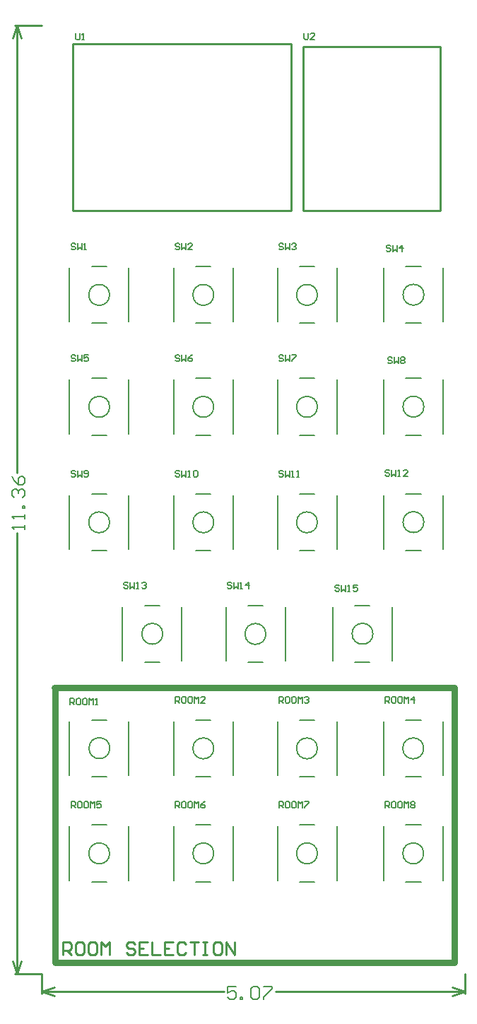
<source format=gto>
%FSLAX25Y25*%
%MOIN*%
G70*
G01*
G75*
G04 Layer_Color=65535*
%ADD10R,0.03937X0.05906*%
%ADD11C,0.01000*%
%ADD12C,0.03000*%
%ADD13C,0.04724*%
%ADD14R,0.04724X0.04724*%
%ADD15C,0.12000*%
G04:AMPARAMS|DCode=16|XSize=82.68mil|YSize=82.68mil|CornerRadius=0mil|HoleSize=0mil|Usage=FLASHONLY|Rotation=90.000|XOffset=0mil|YOffset=0mil|HoleType=Round|Shape=Octagon|*
%AMOCTAGOND16*
4,1,8,0.02067,0.04134,-0.02067,0.04134,-0.04134,0.02067,-0.04134,-0.02067,-0.02067,-0.04134,0.02067,-0.04134,0.04134,-0.02067,0.04134,0.02067,0.02067,0.04134,0.0*
%
%ADD16OCTAGOND16*%

%ADD17C,0.03937*%
%ADD18C,0.05000*%
%ADD19C,0.00500*%
%ADD20C,0.00600*%
D11*
X199702Y-9354D02*
Y0D01*
X0Y-9354D02*
Y0D01*
X110347Y-8354D02*
X199702D01*
X0D02*
X86154D01*
X193702Y-6354D02*
X199702Y-8354D01*
X193702Y-10354D02*
X199702Y-8354D01*
X0D02*
X6000Y-10354D01*
X0Y-8354D02*
X6000Y-6354D01*
X-12597Y447345D02*
X0D01*
X-12597Y0D02*
X0D01*
X-11597Y236169D02*
Y447345D01*
Y0D02*
Y207977D01*
X-13597Y441345D02*
X-11597Y447345D01*
X-9597Y441345D01*
X-11597Y0D02*
X-9597Y6000D01*
X-13597D02*
X-11597Y0D01*
X14587Y359969D02*
Y438669D01*
Y359969D02*
X117776D01*
Y438669D01*
X14587D02*
X117776D01*
X123363Y359969D02*
X187930D01*
X123363D02*
Y437134D01*
X187930D01*
Y359969D02*
Y437134D01*
X9985Y8971D02*
Y14969D01*
X12984D01*
X13984Y13969D01*
Y11970D01*
X12984Y10970D01*
X9985D01*
X11985D02*
X13984Y8971D01*
X18982Y14969D02*
X16983D01*
X15983Y13969D01*
Y9971D01*
X16983Y8971D01*
X18982D01*
X19982Y9971D01*
Y13969D01*
X18982Y14969D01*
X24981D02*
X22981D01*
X21982Y13969D01*
Y9971D01*
X22981Y8971D01*
X24981D01*
X25980Y9971D01*
Y13969D01*
X24981Y14969D01*
X27980Y8971D02*
Y14969D01*
X29979Y12970D01*
X31978Y14969D01*
Y8971D01*
X43974Y13969D02*
X42975Y14969D01*
X40975D01*
X39976Y13969D01*
Y12970D01*
X40975Y11970D01*
X42975D01*
X43974Y10970D01*
Y9971D01*
X42975Y8971D01*
X40975D01*
X39976Y9971D01*
X49973Y14969D02*
X45974D01*
Y8971D01*
X49973D01*
X45974Y11970D02*
X47973D01*
X51972Y14969D02*
Y8971D01*
X55971D01*
X61969Y14969D02*
X57970D01*
Y8971D01*
X61969D01*
X57970Y11970D02*
X59969D01*
X67967Y13969D02*
X66967Y14969D01*
X64968D01*
X63968Y13969D01*
Y9971D01*
X64968Y8971D01*
X66967D01*
X67967Y9971D01*
X69966Y14969D02*
X73965D01*
X71965D01*
Y8971D01*
X75964Y14969D02*
X77963D01*
X76964D01*
Y8971D01*
X75964D01*
X77963D01*
X83961Y14969D02*
X81962D01*
X80962Y13969D01*
Y9971D01*
X81962Y8971D01*
X83961D01*
X84961Y9971D01*
Y13969D01*
X83961Y14969D01*
X86961Y8971D02*
Y14969D01*
X90959Y8971D01*
Y14969D01*
D12*
X6206Y5222D02*
Y134983D01*
X6017D02*
X6206D01*
Y5222D02*
X194837D01*
Y134983D01*
X6017D02*
X194837D01*
D19*
X180165Y56724D02*
G03*
X180165Y56724I-4921J0D01*
G01*
X81160D02*
G03*
X81160Y56724I-4921J0D01*
G01*
X32148Y106346D02*
G03*
X32148Y106346I-4921J0D01*
G01*
X130056Y212881D02*
G03*
X130056Y212881I-4921J0D01*
G01*
X81160Y267359D02*
G03*
X81160Y267359I-4921J0D01*
G01*
X32039Y320148D02*
G03*
X32039Y320148I-4921J0D01*
G01*
X130056Y56724D02*
G03*
X130056Y56724I-4921J0D01*
G01*
X81160Y106260D02*
G03*
X81160Y106260I-4921J0D01*
G01*
X180275Y212967D02*
G03*
X180275Y212967I-4921J0D01*
G01*
X130056Y267359D02*
G03*
X130056Y267359I-4921J0D01*
G01*
X81160Y320148D02*
G03*
X81160Y320148I-4921J0D01*
G01*
X130056Y106260D02*
G03*
X130056Y106260I-4921J0D01*
G01*
X57093Y160307D02*
G03*
X57093Y160307I-4921J0D01*
G01*
X180275Y267445D02*
G03*
X180275Y267445I-4921J0D01*
G01*
X130056Y320148D02*
G03*
X130056Y320148I-4921J0D01*
G01*
X180165Y106260D02*
G03*
X180165Y106260I-4921J0D01*
G01*
X105739Y160220D02*
G03*
X105739Y160220I-4921J0D01*
G01*
X32039Y212881D02*
G03*
X32039Y212881I-4921J0D01*
G01*
X180275Y320234D02*
G03*
X180275Y320234I-4921J0D01*
G01*
X32039Y56724D02*
G03*
X32039Y56724I-4921J0D01*
G01*
X156244Y160307D02*
G03*
X156244Y160307I-4921J0D01*
G01*
X81160Y212881D02*
G03*
X81160Y212881I-4921J0D01*
G01*
X32039Y267359D02*
G03*
X32039Y267359I-4921J0D01*
G01*
X171755Y70153D02*
X178842D01*
X171755Y43382D02*
X178842D01*
X189299Y44015D02*
Y69524D01*
X161299Y44026D02*
Y69508D01*
X72751Y70153D02*
X79837D01*
X72751Y43382D02*
X79837D01*
X90294Y44015D02*
Y69524D01*
X62294Y44026D02*
Y69508D01*
X23629Y92917D02*
X30715D01*
X23629Y119689D02*
X30715D01*
X13172Y93546D02*
Y119055D01*
X41172Y93562D02*
Y119044D01*
X121646Y226310D02*
X128733D01*
X121646Y199538D02*
X128733D01*
X139189Y200172D02*
Y225681D01*
X111189Y200183D02*
Y225665D01*
X72751Y280788D02*
X79837D01*
X72751Y254016D02*
X79837D01*
X90294Y254650D02*
Y280159D01*
X62294Y254661D02*
Y280143D01*
X23629Y333577D02*
X30715D01*
X23629Y306805D02*
X30715D01*
X41172Y307439D02*
Y332948D01*
X13172Y307450D02*
Y332932D01*
X121646Y70153D02*
X128733D01*
X121646Y43382D02*
X128733D01*
X139189Y44015D02*
Y69524D01*
X111189Y44026D02*
Y69508D01*
X72751Y119689D02*
X79837D01*
X72751Y92917D02*
X79837D01*
X90294Y93551D02*
Y119060D01*
X62294Y93562D02*
Y119044D01*
X171755Y199538D02*
X178842D01*
X171755Y226310D02*
X178842D01*
X161299Y200167D02*
Y225676D01*
X189299Y200183D02*
Y225665D01*
X121646Y280788D02*
X128733D01*
X121646Y254016D02*
X128733D01*
X139189Y254650D02*
Y280159D01*
X111189Y254661D02*
Y280143D01*
X72751Y333577D02*
X79837D01*
X72751Y306805D02*
X79837D01*
X90294Y307439D02*
Y332948D01*
X62294Y307450D02*
Y332932D01*
X121646Y119689D02*
X128733D01*
X121646Y92917D02*
X128733D01*
X139189Y93551D02*
Y119060D01*
X111189Y93562D02*
Y119044D01*
X48574Y146877D02*
X55660D01*
X48574Y173649D02*
X55660D01*
X38117Y147506D02*
Y173016D01*
X66117Y147522D02*
Y173004D01*
X171755Y254016D02*
X178842D01*
X171755Y280788D02*
X178842D01*
X161299Y254645D02*
Y280154D01*
X189299Y254661D02*
Y280143D01*
X121646Y333577D02*
X128733D01*
X121646Y306805D02*
X128733D01*
X139189Y307439D02*
Y332948D01*
X111189Y307450D02*
Y332932D01*
X171755Y119689D02*
X178842D01*
X171755Y92917D02*
X178842D01*
X189299Y93551D02*
Y119060D01*
X161299Y93562D02*
Y119044D01*
X97330Y173649D02*
X104416D01*
X97330Y146877D02*
X104416D01*
X114873Y147511D02*
Y173020D01*
X86873Y147522D02*
Y173004D01*
X23629Y226310D02*
X30715D01*
X23629Y199538D02*
X30715D01*
X41172Y200172D02*
Y225681D01*
X13172Y200183D02*
Y225665D01*
X171755Y306805D02*
X178842D01*
X171755Y333577D02*
X178842D01*
X161299Y307434D02*
Y332943D01*
X189299Y307450D02*
Y332932D01*
X23629Y70153D02*
X30715D01*
X23629Y43382D02*
X30715D01*
X41172Y44015D02*
Y69524D01*
X13172Y44026D02*
Y69508D01*
X147724Y146877D02*
X154811D01*
X147724Y173649D02*
X154811D01*
X137268Y147506D02*
Y173016D01*
X165268Y147522D02*
Y173004D01*
X72751Y226310D02*
X79837D01*
X72751Y199538D02*
X79837D01*
X90294Y200172D02*
Y225681D01*
X62294Y200183D02*
Y225665D01*
X23629Y280788D02*
X30715D01*
X23629Y254016D02*
X30715D01*
X41172Y254650D02*
Y280159D01*
X13172Y254661D02*
Y280143D01*
X16078Y443571D02*
Y441072D01*
X16578Y440572D01*
X17577D01*
X18077Y441072D01*
Y443571D01*
X19077Y440572D02*
X20076D01*
X19577D01*
Y443571D01*
X19077Y443071D01*
X123837Y443618D02*
Y441118D01*
X124337Y440619D01*
X125337D01*
X125836Y441118D01*
Y443618D01*
X128835Y440619D02*
X126836D01*
X128835Y442618D01*
Y443118D01*
X128335Y443618D01*
X127336D01*
X126836Y443118D01*
X140442Y182896D02*
X139942Y183396D01*
X138943D01*
X138443Y182896D01*
Y182396D01*
X138943Y181896D01*
X139942D01*
X140442Y181396D01*
Y180896D01*
X139942Y180397D01*
X138943D01*
X138443Y180896D01*
X141442Y183396D02*
Y180397D01*
X142441Y181396D01*
X143441Y180397D01*
Y183396D01*
X144441Y180397D02*
X145440D01*
X144941D01*
Y183396D01*
X144441Y182896D01*
X148939Y183396D02*
X146940D01*
Y181896D01*
X147940Y182396D01*
X148440D01*
X148939Y181896D01*
Y180896D01*
X148440Y180397D01*
X147440D01*
X146940Y180896D01*
X89622Y184112D02*
X89122Y184612D01*
X88123D01*
X87623Y184112D01*
Y183612D01*
X88123Y183113D01*
X89122D01*
X89622Y182613D01*
Y182113D01*
X89122Y181613D01*
X88123D01*
X87623Y182113D01*
X90622Y184612D02*
Y181613D01*
X91622Y182613D01*
X92621Y181613D01*
Y184612D01*
X93621Y181613D02*
X94621D01*
X94121D01*
Y184612D01*
X93621Y184112D01*
X97620Y181613D02*
Y184612D01*
X96120Y183113D01*
X98119D01*
X40800Y184192D02*
X40301Y184692D01*
X39301D01*
X38801Y184192D01*
Y183693D01*
X39301Y183193D01*
X40301D01*
X40800Y182693D01*
Y182193D01*
X40301Y181693D01*
X39301D01*
X38801Y182193D01*
X41800Y184692D02*
Y181693D01*
X42800Y182693D01*
X43799Y181693D01*
Y184692D01*
X44799Y181693D02*
X45799D01*
X45299D01*
Y184692D01*
X44799Y184192D01*
X47298D02*
X47798Y184692D01*
X48798D01*
X49298Y184192D01*
Y183693D01*
X48798Y183193D01*
X48298D01*
X48798D01*
X49298Y182693D01*
Y182193D01*
X48798Y181693D01*
X47798D01*
X47298Y182193D01*
X164149Y237162D02*
X163649Y237662D01*
X162649D01*
X162149Y237162D01*
Y236662D01*
X162649Y236162D01*
X163649D01*
X164149Y235662D01*
Y235162D01*
X163649Y234663D01*
X162649D01*
X162149Y235162D01*
X165148Y237662D02*
Y234663D01*
X166148Y235662D01*
X167148Y234663D01*
Y237662D01*
X168148Y234663D02*
X169147D01*
X168647D01*
Y237662D01*
X168148Y237162D01*
X172646Y234663D02*
X170647D01*
X172646Y236662D01*
Y237162D01*
X172146Y237662D01*
X171147D01*
X170647Y237162D01*
X113939Y236773D02*
X113439Y237273D01*
X112439D01*
X111939Y236773D01*
Y236273D01*
X112439Y235773D01*
X113439D01*
X113939Y235274D01*
Y234774D01*
X113439Y234274D01*
X112439D01*
X111939Y234774D01*
X114938Y237273D02*
Y234274D01*
X115938Y235274D01*
X116938Y234274D01*
Y237273D01*
X117937Y234274D02*
X118937D01*
X118437D01*
Y237273D01*
X117937Y236773D01*
X120436Y234274D02*
X121436D01*
X120936D01*
Y237273D01*
X120436Y236773D01*
X65043D02*
X64543Y237273D01*
X63544D01*
X63044Y236773D01*
Y236273D01*
X63544Y235773D01*
X64543D01*
X65043Y235274D01*
Y234774D01*
X64543Y234274D01*
X63544D01*
X63044Y234774D01*
X66043Y237273D02*
Y234274D01*
X67043Y235274D01*
X68042Y234274D01*
Y237273D01*
X69042Y234274D02*
X70042D01*
X69542D01*
Y237273D01*
X69042Y236773D01*
X71541D02*
X72041Y237273D01*
X73041D01*
X73541Y236773D01*
Y234774D01*
X73041Y234274D01*
X72041D01*
X71541Y234774D01*
Y236773D01*
X15921D02*
X15422Y237273D01*
X14422D01*
X13922Y236773D01*
Y236273D01*
X14422Y235773D01*
X15422D01*
X15921Y235274D01*
Y234774D01*
X15422Y234274D01*
X14422D01*
X13922Y234774D01*
X16921Y237273D02*
Y234274D01*
X17921Y235274D01*
X18921Y234274D01*
Y237273D01*
X19920Y234774D02*
X20420Y234274D01*
X21420D01*
X21919Y234774D01*
Y236773D01*
X21420Y237273D01*
X20420D01*
X19920Y236773D01*
Y236273D01*
X20420Y235773D01*
X21919D01*
X165317Y290294D02*
X164817Y290793D01*
X163817D01*
X163318Y290294D01*
Y289794D01*
X163817Y289294D01*
X164817D01*
X165317Y288794D01*
Y288294D01*
X164817Y287794D01*
X163817D01*
X163318Y288294D01*
X166316Y290793D02*
Y287794D01*
X167316Y288794D01*
X168316Y287794D01*
Y290793D01*
X169316Y290294D02*
X169815Y290793D01*
X170815D01*
X171315Y290294D01*
Y289794D01*
X170815Y289294D01*
X171315Y288794D01*
Y288294D01*
X170815Y287794D01*
X169815D01*
X169316Y288294D01*
Y288794D01*
X169815Y289294D01*
X169316Y289794D01*
Y290294D01*
X169815Y289294D02*
X170815D01*
X113939Y291251D02*
X113439Y291751D01*
X112439D01*
X111939Y291251D01*
Y290751D01*
X112439Y290251D01*
X113439D01*
X113939Y289752D01*
Y289252D01*
X113439Y288752D01*
X112439D01*
X111939Y289252D01*
X114938Y291751D02*
Y288752D01*
X115938Y289752D01*
X116938Y288752D01*
Y291751D01*
X117937D02*
X119937D01*
Y291251D01*
X117937Y289252D01*
Y288752D01*
X65043Y291251D02*
X64543Y291751D01*
X63544D01*
X63044Y291251D01*
Y290751D01*
X63544Y290251D01*
X64543D01*
X65043Y289752D01*
Y289252D01*
X64543Y288752D01*
X63544D01*
X63044Y289252D01*
X66043Y291751D02*
Y288752D01*
X67043Y289752D01*
X68042Y288752D01*
Y291751D01*
X71041D02*
X70042Y291251D01*
X69042Y290251D01*
Y289252D01*
X69542Y288752D01*
X70542D01*
X71041Y289252D01*
Y289752D01*
X70542Y290251D01*
X69042D01*
X15921Y291251D02*
X15422Y291751D01*
X14422D01*
X13922Y291251D01*
Y290751D01*
X14422Y290251D01*
X15422D01*
X15921Y289752D01*
Y289252D01*
X15422Y288752D01*
X14422D01*
X13922Y289252D01*
X16921Y291751D02*
Y288752D01*
X17921Y289752D01*
X18921Y288752D01*
Y291751D01*
X21919D02*
X19920D01*
Y290251D01*
X20920Y290751D01*
X21420D01*
X21919Y290251D01*
Y289252D01*
X21420Y288752D01*
X20420D01*
X19920Y289252D01*
X164578Y343127D02*
X164078Y343627D01*
X163078D01*
X162578Y343127D01*
Y342627D01*
X163078Y342127D01*
X164078D01*
X164578Y341628D01*
Y341128D01*
X164078Y340628D01*
X163078D01*
X162578Y341128D01*
X165577Y343627D02*
Y340628D01*
X166577Y341628D01*
X167577Y340628D01*
Y343627D01*
X170076Y340628D02*
Y343627D01*
X168577Y342127D01*
X170576D01*
X113939Y344040D02*
X113439Y344540D01*
X112439D01*
X111939Y344040D01*
Y343540D01*
X112439Y343040D01*
X113439D01*
X113939Y342541D01*
Y342041D01*
X113439Y341541D01*
X112439D01*
X111939Y342041D01*
X114938Y344540D02*
Y341541D01*
X115938Y342541D01*
X116938Y341541D01*
Y344540D01*
X117937Y344040D02*
X118437Y344540D01*
X119437D01*
X119937Y344040D01*
Y343540D01*
X119437Y343040D01*
X118937D01*
X119437D01*
X119937Y342541D01*
Y342041D01*
X119437Y341541D01*
X118437D01*
X117937Y342041D01*
X65043Y344040D02*
X64543Y344540D01*
X63544D01*
X63044Y344040D01*
Y343540D01*
X63544Y343040D01*
X64543D01*
X65043Y342541D01*
Y342041D01*
X64543Y341541D01*
X63544D01*
X63044Y342041D01*
X66043Y344540D02*
Y341541D01*
X67043Y342541D01*
X68042Y341541D01*
Y344540D01*
X71041Y341541D02*
X69042D01*
X71041Y343540D01*
Y344040D01*
X70542Y344540D01*
X69542D01*
X69042Y344040D01*
X15921D02*
X15422Y344540D01*
X14422D01*
X13922Y344040D01*
Y343540D01*
X14422Y343040D01*
X15422D01*
X15921Y342541D01*
Y342041D01*
X15422Y341541D01*
X14422D01*
X13922Y342041D01*
X16921Y344540D02*
Y341541D01*
X17921Y342541D01*
X18921Y341541D01*
Y344540D01*
X19920Y341541D02*
X20920D01*
X20420D01*
Y344540D01*
X19920Y344040D01*
X162049Y78117D02*
Y81116D01*
X163548D01*
X164048Y80617D01*
Y79617D01*
X163548Y79117D01*
X162049D01*
X163048D02*
X164048Y78117D01*
X166547Y81116D02*
X165548D01*
X165048Y80617D01*
Y78617D01*
X165548Y78117D01*
X166547D01*
X167047Y78617D01*
Y80617D01*
X166547Y81116D01*
X169546D02*
X168546D01*
X168047Y80617D01*
Y78617D01*
X168546Y78117D01*
X169546D01*
X170046Y78617D01*
Y80617D01*
X169546Y81116D01*
X171046Y78117D02*
Y81116D01*
X172045Y80117D01*
X173045Y81116D01*
Y78117D01*
X174045Y80617D02*
X174545Y81116D01*
X175544D01*
X176044Y80617D01*
Y80117D01*
X175544Y79617D01*
X176044Y79117D01*
Y78617D01*
X175544Y78117D01*
X174545D01*
X174045Y78617D01*
Y79117D01*
X174545Y79617D01*
X174045Y80117D01*
Y80617D01*
X174545Y79617D02*
X175544D01*
X111939Y78117D02*
Y81116D01*
X113439D01*
X113939Y80617D01*
Y79617D01*
X113439Y79117D01*
X111939D01*
X112939D02*
X113939Y78117D01*
X116438Y81116D02*
X115438D01*
X114938Y80617D01*
Y78617D01*
X115438Y78117D01*
X116438D01*
X116938Y78617D01*
Y80617D01*
X116438Y81116D01*
X119437D02*
X118437D01*
X117937Y80617D01*
Y78617D01*
X118437Y78117D01*
X119437D01*
X119937Y78617D01*
Y80617D01*
X119437Y81116D01*
X120936Y78117D02*
Y81116D01*
X121936Y80117D01*
X122936Y81116D01*
Y78117D01*
X123935Y81116D02*
X125935D01*
Y80617D01*
X123935Y78617D01*
Y78117D01*
X63044D02*
Y81116D01*
X64543D01*
X65043Y80617D01*
Y79617D01*
X64543Y79117D01*
X63044D01*
X64044D02*
X65043Y78117D01*
X67543Y81116D02*
X66543D01*
X66043Y80617D01*
Y78617D01*
X66543Y78117D01*
X67543D01*
X68042Y78617D01*
Y80617D01*
X67543Y81116D01*
X70542D02*
X69542D01*
X69042Y80617D01*
Y78617D01*
X69542Y78117D01*
X70542D01*
X71041Y78617D01*
Y80617D01*
X70542Y81116D01*
X72041Y78117D02*
Y81116D01*
X73041Y80117D01*
X74040Y81116D01*
Y78117D01*
X77039Y81116D02*
X76040Y80617D01*
X75040Y79617D01*
Y78617D01*
X75540Y78117D01*
X76540D01*
X77039Y78617D01*
Y79117D01*
X76540Y79617D01*
X75040D01*
X13922Y78117D02*
Y81116D01*
X15422D01*
X15921Y80617D01*
Y79617D01*
X15422Y79117D01*
X13922D01*
X14922D02*
X15921Y78117D01*
X18421Y81116D02*
X17421D01*
X16921Y80617D01*
Y78617D01*
X17421Y78117D01*
X18421D01*
X18921Y78617D01*
Y80617D01*
X18421Y81116D01*
X21420D02*
X20420D01*
X19920Y80617D01*
Y78617D01*
X20420Y78117D01*
X21420D01*
X21919Y78617D01*
Y80617D01*
X21420Y81116D01*
X22919Y78117D02*
Y81116D01*
X23919Y80117D01*
X24918Y81116D01*
Y78117D01*
X27918Y81116D02*
X25918D01*
Y79617D01*
X26918Y80117D01*
X27418D01*
X27918Y79617D01*
Y78617D01*
X27418Y78117D01*
X26418D01*
X25918Y78617D01*
X162049Y127653D02*
Y130652D01*
X163548D01*
X164048Y130152D01*
Y129153D01*
X163548Y128653D01*
X162049D01*
X163048D02*
X164048Y127653D01*
X166547Y130652D02*
X165548D01*
X165048Y130152D01*
Y128153D01*
X165548Y127653D01*
X166547D01*
X167047Y128153D01*
Y130152D01*
X166547Y130652D01*
X169546D02*
X168546D01*
X168047Y130152D01*
Y128153D01*
X168546Y127653D01*
X169546D01*
X170046Y128153D01*
Y130152D01*
X169546Y130652D01*
X171046Y127653D02*
Y130652D01*
X172045Y129652D01*
X173045Y130652D01*
Y127653D01*
X175544D02*
Y130652D01*
X174045Y129153D01*
X176044D01*
X111939Y127653D02*
Y130652D01*
X113439D01*
X113939Y130152D01*
Y129153D01*
X113439Y128653D01*
X111939D01*
X112939D02*
X113939Y127653D01*
X116438Y130652D02*
X115438D01*
X114938Y130152D01*
Y128153D01*
X115438Y127653D01*
X116438D01*
X116938Y128153D01*
Y130152D01*
X116438Y130652D01*
X119437D02*
X118437D01*
X117937Y130152D01*
Y128153D01*
X118437Y127653D01*
X119437D01*
X119937Y128153D01*
Y130152D01*
X119437Y130652D01*
X120936Y127653D02*
Y130652D01*
X121936Y129652D01*
X122936Y130652D01*
Y127653D01*
X123935Y130152D02*
X124435Y130652D01*
X125435D01*
X125935Y130152D01*
Y129652D01*
X125435Y129153D01*
X124935D01*
X125435D01*
X125935Y128653D01*
Y128153D01*
X125435Y127653D01*
X124435D01*
X123935Y128153D01*
X63044Y127653D02*
Y130652D01*
X64543D01*
X65043Y130152D01*
Y129153D01*
X64543Y128653D01*
X63044D01*
X64044D02*
X65043Y127653D01*
X67543Y130652D02*
X66543D01*
X66043Y130152D01*
Y128153D01*
X66543Y127653D01*
X67543D01*
X68042Y128153D01*
Y130152D01*
X67543Y130652D01*
X70542D02*
X69542D01*
X69042Y130152D01*
Y128153D01*
X69542Y127653D01*
X70542D01*
X71041Y128153D01*
Y130152D01*
X70542Y130652D01*
X72041Y127653D02*
Y130652D01*
X73041Y129652D01*
X74040Y130652D01*
Y127653D01*
X77039D02*
X75040D01*
X77039Y129652D01*
Y130152D01*
X76540Y130652D01*
X75540D01*
X75040Y130152D01*
X13428Y126872D02*
Y129870D01*
X14927D01*
X15427Y129371D01*
Y128371D01*
X14927Y127871D01*
X13428D01*
X14427D02*
X15427Y126872D01*
X17926Y129870D02*
X16926D01*
X16427Y129371D01*
Y127371D01*
X16926Y126872D01*
X17926D01*
X18426Y127371D01*
Y129371D01*
X17926Y129870D01*
X20925D02*
X19925D01*
X19426Y129371D01*
Y127371D01*
X19925Y126872D01*
X20925D01*
X21425Y127371D01*
Y129371D01*
X20925Y129870D01*
X22425Y126872D02*
Y129870D01*
X23424Y128871D01*
X24424Y129870D01*
Y126872D01*
X25424D02*
X26423D01*
X25923D01*
Y129870D01*
X25424Y129371D01*
D20*
X91753Y-5955D02*
X87754D01*
Y-8954D01*
X89754Y-7954D01*
X90753D01*
X91753Y-8954D01*
Y-10953D01*
X90753Y-11953D01*
X88754D01*
X87754Y-10953D01*
X93752Y-11953D02*
Y-10953D01*
X94752D01*
Y-11953D01*
X93752D01*
X98751Y-6955D02*
X99750Y-5955D01*
X101750D01*
X102749Y-6955D01*
Y-10953D01*
X101750Y-11953D01*
X99750D01*
X98751Y-10953D01*
Y-6955D01*
X104749Y-5955D02*
X108747D01*
Y-6955D01*
X104749Y-10953D01*
Y-11953D01*
X-7998Y209577D02*
Y211576D01*
Y210576D01*
X-13996D01*
X-12997Y209577D01*
X-7998Y214575D02*
Y216574D01*
Y215575D01*
X-13996D01*
X-12997Y214575D01*
X-7998Y219573D02*
X-8998D01*
Y220573D01*
X-7998D01*
Y219573D01*
X-12997Y224572D02*
X-13996Y225571D01*
Y227571D01*
X-12997Y228571D01*
X-11997D01*
X-10997Y227571D01*
Y226571D01*
Y227571D01*
X-9997Y228571D01*
X-8998D01*
X-7998Y227571D01*
Y225571D01*
X-8998Y224572D01*
X-13996Y234569D02*
X-12997Y232569D01*
X-10997Y230570D01*
X-8998D01*
X-7998Y231570D01*
Y233569D01*
X-8998Y234569D01*
X-9997D01*
X-10997Y233569D01*
Y230570D01*
M02*

</source>
